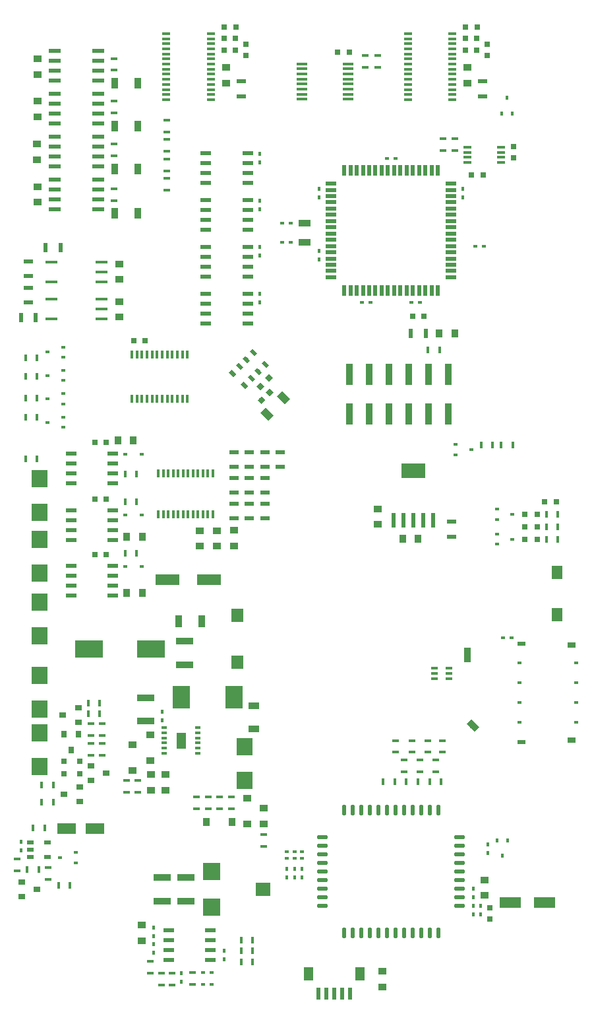
<source format=gbr>
%TF.GenerationSoftware,KiCad,Pcbnew,(5.1.0)-1*%
%TF.CreationDate,2019-03-20T15:23:46+01:00*%
%TF.ProjectId,AcroBoard_Station_GPRS_V04R04_XTAL,4163726f-426f-4617-9264-5f5374617469,rev?*%
%TF.SameCoordinates,Original*%
%TF.FileFunction,Paste,Top*%
%TF.FilePolarity,Positive*%
%FSLAX46Y46*%
G04 Gerber Fmt 4.6, Leading zero omitted, Abs format (unit mm)*
G04 Created by KiCad (PCBNEW (5.1.0)-1) date 2019-03-20 15:23:46*
%MOMM*%
%LPD*%
G04 APERTURE LIST*
%ADD10R,1.395000X0.540000*%
%ADD11O,0.540000X1.440000*%
%ADD12O,1.440000X0.540000*%
%ADD13R,0.540000X0.450000*%
%ADD14R,1.620000X0.900000*%
%ADD15R,0.800100X0.378000*%
%ADD16R,1.155700X1.991500*%
%ADD17R,0.900000X1.440000*%
%ADD18R,0.540000X1.980000*%
%ADD19R,3.105000X1.935000*%
%ADD20R,1.125000X0.900000*%
%ADD21R,0.450000X0.540000*%
%ADD22R,0.630000X0.405000*%
%ADD23R,0.450000X0.810000*%
%ADD24R,0.810000X0.450000*%
%ADD25R,0.954000X0.585000*%
%ADD26R,2.340000X1.440000*%
%ADD27R,0.810000X0.720000*%
%ADD28R,0.900000X1.125000*%
%ADD29R,1.170000X0.630000*%
%ADD30R,1.980000X1.800000*%
%ADD31R,2.250000X2.295000*%
%ADD32R,2.250000X0.900000*%
%ADD33R,1.080000X0.810000*%
%ADD34R,1.575000X0.585000*%
%ADD35R,1.440000X0.900000*%
%ADD36C,0.900000*%
%ADD37C,0.050000*%
%ADD38R,0.630000X1.170000*%
%ADD39R,0.720000X0.720000*%
%ADD40R,3.150000X1.440000*%
%ADD41R,1.530000X1.800000*%
%ADD42R,3.600000X2.250000*%
%ADD43R,1.620774X0.450342*%
%ADD44R,2.070000X2.250000*%
%ADD45R,0.360000X1.080000*%
%ADD46R,0.720000X0.675000*%
%ADD47R,0.675000X0.720000*%
%ADD48C,0.675000*%
%ADD49C,0.495000*%
%ADD50R,1.350000X0.405000*%
%ADD51R,0.405000X0.630000*%
%ADD52R,0.720000X0.810000*%
%ADD53R,0.990000X0.360000*%
%ADD54R,0.360000X0.990000*%
%ADD55R,2.250000X2.970000*%
%ADD56R,0.810000X1.530000*%
%ADD57R,0.810000X1.080000*%
%ADD58R,2.700000X1.440000*%
%ADD59R,1.259586X1.799082*%
%ADD60R,0.585216X1.485900*%
%ADD61R,0.540000X0.360000*%
%ADD62R,1.440000X1.800000*%
%ADD63R,0.540000X0.405000*%
%ADD64R,0.486000X0.405000*%
%ADD65R,1.080000X0.801000*%
%ADD66R,1.080000X0.468000*%
%ADD67R,0.846000X1.890000*%
%ADD68C,0.846000*%
%ADD69R,1.350000X0.495000*%
%ADD70R,0.495000X1.350000*%
%ADD71R,0.900000X2.700000*%
%ADD72R,0.945000X0.360000*%
G04 APERTURE END LIST*
D10*
%TO.C,U9*%
X81829333Y-145785936D03*
X81829333Y-147055936D03*
X81829333Y-148325936D03*
X81829333Y-149595936D03*
X76429333Y-149595936D03*
X76429333Y-148325936D03*
X76429333Y-147055936D03*
X76429333Y-145785936D03*
%TD*%
D11*
%TO.C,U13*%
X111050000Y-130375000D03*
X109950000Y-130375000D03*
X108850000Y-130375000D03*
X107750000Y-130375000D03*
X106650000Y-130375000D03*
X105550000Y-130375000D03*
X104450000Y-130375000D03*
X103350000Y-130375000D03*
X102250000Y-130375000D03*
X101150000Y-130375000D03*
X100050000Y-130375000D03*
X98950000Y-130375000D03*
D12*
X96200000Y-133825000D03*
X96200000Y-134925000D03*
X96200000Y-136025000D03*
X96200000Y-137125000D03*
X96200000Y-138225000D03*
X96200000Y-139325000D03*
X96200000Y-140425000D03*
X96200000Y-141525000D03*
X96200000Y-142625000D03*
D11*
X98950000Y-146075000D03*
X100050000Y-146075000D03*
X101150000Y-146075000D03*
X102250000Y-146075000D03*
X103350000Y-146075000D03*
X104450000Y-146075000D03*
X105550000Y-146075000D03*
X106650000Y-146075000D03*
X107750000Y-146075000D03*
X108850000Y-146075000D03*
X109950000Y-146075000D03*
X111050000Y-146075000D03*
D12*
X113800000Y-142625000D03*
X113800000Y-141525000D03*
X113800000Y-140425000D03*
X113800000Y-139325000D03*
X113800000Y-138225000D03*
X113800000Y-137125000D03*
X113800000Y-136025000D03*
X113800000Y-134925000D03*
X113800000Y-133825000D03*
%TD*%
D13*
%TO.C,C51*%
X91050000Y-55050000D03*
X92150000Y-55050000D03*
%TD*%
D14*
%TO.C,Y1*%
X93900000Y-55050000D03*
X93900000Y-57550000D03*
%TD*%
D13*
%TO.C,C49*%
X92150000Y-57550000D03*
X91050000Y-57550000D03*
%TD*%
D15*
%TO.C,U17*%
X75870639Y-119785213D03*
X75870639Y-120435213D03*
X75870639Y-121085213D03*
X75870639Y-121735213D03*
X75870639Y-122385213D03*
X75870639Y-123035213D03*
X80210639Y-123035213D03*
X80210639Y-122385213D03*
X80210639Y-121735213D03*
X80210639Y-121085213D03*
X80210639Y-120435213D03*
X80210639Y-119785213D03*
D16*
X78040639Y-121410213D03*
%TD*%
D17*
%TO.C,C66*%
X69500000Y-42600000D03*
X72500000Y-42600000D03*
%TD*%
%TO.C,C65*%
X69500000Y-37100000D03*
X72500000Y-37100000D03*
%TD*%
%TO.C,C55*%
X69500000Y-53800000D03*
X72500000Y-53800000D03*
%TD*%
%TO.C,C54*%
X69500000Y-48100000D03*
X72500000Y-48100000D03*
%TD*%
D18*
%TO.C,U10*%
X109170000Y-93137500D03*
X106630000Y-93137500D03*
D19*
X107900000Y-86837500D03*
D18*
X107900000Y-93137500D03*
X110440000Y-93137500D03*
X105360000Y-93137500D03*
%TD*%
D20*
%TO.C,C17*%
X117000000Y-141300000D03*
X117000000Y-139300000D03*
%TD*%
%TO.C,C16*%
X83800000Y-37100000D03*
X83800000Y-35100000D03*
%TD*%
D21*
%TO.C,C38*%
X115600000Y-141550000D03*
X115600000Y-140450000D03*
%TD*%
%TO.C,C37*%
X115600000Y-142650000D03*
X115600000Y-143750000D03*
%TD*%
D22*
%TO.C,T10*%
X113300000Y-83450000D03*
X113300000Y-84750000D03*
X115300000Y-84100000D03*
%TD*%
D21*
%TO.C,C62*%
X57500000Y-135505000D03*
X57500000Y-134405000D03*
%TD*%
D23*
%TO.C,R47*%
X60550000Y-132605000D03*
X59050000Y-132605000D03*
%TD*%
%TO.C,R52*%
X58250000Y-137930000D03*
X59750000Y-137930000D03*
%TD*%
%TO.C,R56*%
X62300000Y-140030000D03*
X63800000Y-140030000D03*
%TD*%
D24*
%TO.C,R45*%
X61000000Y-137730000D03*
X61000000Y-139230000D03*
%TD*%
D25*
%TO.C,U20*%
X60900000Y-134455000D03*
X60900000Y-136355000D03*
X58700000Y-136355000D03*
X58700000Y-135405000D03*
X58700000Y-134455000D03*
%TD*%
D26*
%TO.C,C67*%
X66950000Y-132730000D03*
X63350000Y-132730000D03*
%TD*%
D27*
%TO.C,Q9*%
X59550000Y-140480000D03*
X57550000Y-141430000D03*
X57550000Y-139530000D03*
%TD*%
D22*
%TO.C,T4*%
X62500000Y-136430000D03*
X64500000Y-135780000D03*
X64500000Y-137080000D03*
%TD*%
D24*
%TO.C,R54*%
X57000000Y-136630000D03*
X57000000Y-138130000D03*
%TD*%
%TO.C,R82*%
X76200000Y-44350000D03*
X76200000Y-45850000D03*
%TD*%
%TO.C,R81*%
X76200000Y-41850000D03*
X76200000Y-43350000D03*
%TD*%
%TO.C,R80*%
X76200000Y-46850000D03*
X76200000Y-48350000D03*
%TD*%
%TO.C,R79*%
X76200000Y-49350000D03*
X76200000Y-50850000D03*
%TD*%
D23*
%TO.C,R70*%
X103960000Y-126660000D03*
X105460000Y-126660000D03*
%TD*%
D24*
%TO.C,R78*%
X111610000Y-121410000D03*
X111610000Y-122910000D03*
%TD*%
D23*
%TO.C,R77*%
X111460000Y-126660000D03*
X109960000Y-126660000D03*
%TD*%
D24*
%TO.C,R76*%
X109710000Y-122910000D03*
X109710000Y-121410000D03*
%TD*%
%TO.C,R75*%
X110710000Y-125410000D03*
X110710000Y-123910000D03*
%TD*%
D23*
%TO.C,R74*%
X106960000Y-126660000D03*
X108460000Y-126660000D03*
%TD*%
D24*
%TO.C,R73*%
X108710000Y-125410000D03*
X108710000Y-123910000D03*
%TD*%
%TO.C,R72*%
X107710000Y-122910000D03*
X107710000Y-121410000D03*
%TD*%
%TO.C,R71*%
X105610000Y-122910000D03*
X105610000Y-121410000D03*
%TD*%
%TO.C,R13*%
X106710000Y-125410000D03*
X106710000Y-123910000D03*
%TD*%
D22*
%TO.C,T9*%
X118600000Y-94950000D03*
X118600000Y-96250000D03*
X120600000Y-95600000D03*
%TD*%
D28*
%TO.C,Cvs1*%
X71900000Y-82900000D03*
X69900000Y-82900000D03*
%TD*%
%TO.C,Cvs3*%
X71080000Y-95300000D03*
X73080000Y-95300000D03*
%TD*%
%TO.C,Cvs2*%
X71080000Y-102500000D03*
X73080000Y-102500000D03*
%TD*%
D29*
%TO.C,R69*%
X112800000Y-93350000D03*
X112800000Y-95250000D03*
%TD*%
D23*
%TO.C,R68*%
X87250000Y-147000000D03*
X85750000Y-147000000D03*
%TD*%
D28*
%TO.C,C45*%
X108500000Y-95500000D03*
X106500000Y-95500000D03*
%TD*%
D24*
%TO.C,R17*%
X76900000Y-151250000D03*
X76900000Y-152750000D03*
%TD*%
%TO.C,R16*%
X74100000Y-151250000D03*
X74100000Y-149750000D03*
%TD*%
%TO.C,R15*%
X75500000Y-152750000D03*
X75500000Y-151250000D03*
%TD*%
%TO.C,R14*%
X79500000Y-152650000D03*
X79500000Y-151150000D03*
%TD*%
D23*
%TO.C,R12*%
X87250000Y-149800000D03*
X85750000Y-149800000D03*
%TD*%
%TO.C,R9*%
X87250000Y-148400000D03*
X85750000Y-148400000D03*
%TD*%
D30*
%TO.C,L4*%
X88579333Y-140490936D03*
D31*
X81929333Y-138190936D03*
X81929333Y-142790936D03*
%TD*%
D20*
%TO.C,C50*%
X103300000Y-93700000D03*
X103300000Y-91700000D03*
%TD*%
D32*
%TO.C,C42*%
X75629333Y-138990936D03*
X75629333Y-141990936D03*
%TD*%
%TO.C,C41*%
X78629333Y-138990936D03*
X78629333Y-141990936D03*
%TD*%
D21*
%TO.C,C40*%
X78100000Y-152350000D03*
X78100000Y-151250000D03*
%TD*%
D13*
%TO.C,C32*%
X81950000Y-152650000D03*
X80850000Y-152650000D03*
%TD*%
%TO.C,C31*%
X81950000Y-151150000D03*
X80850000Y-151150000D03*
%TD*%
D21*
%TO.C,C30*%
X74500000Y-148600000D03*
X74500000Y-147500000D03*
%TD*%
%TO.C,C29*%
X83600000Y-148350000D03*
X83600000Y-149450000D03*
%TD*%
%TO.C,C28*%
X74500000Y-146550000D03*
X74500000Y-145450000D03*
%TD*%
D20*
%TO.C,C27*%
X73000000Y-147100000D03*
X73000000Y-145100000D03*
%TD*%
%TO.C,C46*%
X103900000Y-153000000D03*
X103900000Y-151000000D03*
%TD*%
D27*
%TO.C,Q5*%
X66450000Y-124640000D03*
X66450000Y-126540000D03*
X68450000Y-125590000D03*
%TD*%
D33*
%TO.C,D12*%
X86500000Y-132150000D03*
X86500000Y-128850000D03*
%TD*%
D27*
%TO.C,Q10*%
X63000000Y-128300000D03*
X65000000Y-127350000D03*
X65000000Y-129250000D03*
%TD*%
D10*
%TO.C,Q7*%
X69300000Y-102795000D03*
X69300000Y-101525000D03*
X69300000Y-100255000D03*
X69300000Y-98985000D03*
X63900000Y-98985000D03*
X63900000Y-100255000D03*
X63900000Y-101525000D03*
X63900000Y-102795000D03*
%TD*%
%TO.C,Q8*%
X69300000Y-95705000D03*
X69300000Y-94435000D03*
X69300000Y-93165000D03*
X69300000Y-91895000D03*
X63900000Y-91895000D03*
X63900000Y-93165000D03*
X63900000Y-94435000D03*
X63900000Y-95705000D03*
%TD*%
%TO.C,Q6*%
X69300000Y-88440000D03*
X69300000Y-87170000D03*
X69300000Y-85900000D03*
X69300000Y-84630000D03*
X63900000Y-84630000D03*
X63900000Y-85900000D03*
X63900000Y-87170000D03*
X63900000Y-88440000D03*
%TD*%
D34*
%TO.C,U21*%
X67400000Y-36805000D03*
X67400000Y-35535000D03*
X67400000Y-34265000D03*
X67400000Y-32995000D03*
X61800000Y-32995000D03*
X61800000Y-34265000D03*
X61800000Y-35535000D03*
X61800000Y-36805000D03*
%TD*%
%TO.C,U15*%
X67400000Y-47805000D03*
X67400000Y-46535000D03*
X67400000Y-45265000D03*
X67400000Y-43995000D03*
X61800000Y-43995000D03*
X61800000Y-45265000D03*
X61800000Y-46535000D03*
X61800000Y-47805000D03*
%TD*%
%TO.C,U16*%
X67400000Y-53305000D03*
X67400000Y-52035000D03*
X67400000Y-50765000D03*
X67400000Y-49495000D03*
X61800000Y-49495000D03*
X61800000Y-50765000D03*
X61800000Y-52035000D03*
X61800000Y-53305000D03*
%TD*%
%TO.C,U22*%
X67400000Y-42305000D03*
X67400000Y-41035000D03*
X67400000Y-39765000D03*
X67400000Y-38495000D03*
X61800000Y-38495000D03*
X61800000Y-39765000D03*
X61800000Y-41035000D03*
X61800000Y-42305000D03*
%TD*%
D35*
%TO.C,C68*%
X87420000Y-116960000D03*
X87420000Y-119960000D03*
%TD*%
D36*
%TO.C,C76*%
X89069340Y-79540660D03*
D37*
G36*
X89260259Y-80367975D02*
G01*
X88242025Y-79349741D01*
X88878421Y-78713345D01*
X89896655Y-79731579D01*
X89260259Y-80367975D01*
X89260259Y-80367975D01*
G37*
D36*
X91190660Y-77419340D03*
D37*
G36*
X91381579Y-78246655D02*
G01*
X90363345Y-77228421D01*
X90999741Y-76592025D01*
X92017975Y-77610259D01*
X91381579Y-78246655D01*
X91381579Y-78246655D01*
G37*
%TD*%
D20*
%TO.C,C3*%
X114800000Y-37100000D03*
X114800000Y-35100000D03*
%TD*%
D23*
%TO.C,R64*%
X59550000Y-74700000D03*
X58050000Y-74700000D03*
%TD*%
%TO.C,R62*%
X59550000Y-80000000D03*
X58050000Y-80000000D03*
%TD*%
%TO.C,R63*%
X59550000Y-77500000D03*
X58050000Y-77500000D03*
%TD*%
%TO.C,R67*%
X59550000Y-72320000D03*
X58050000Y-72320000D03*
%TD*%
D21*
%TO.C,C24*%
X117460000Y-135870000D03*
X117460000Y-134770000D03*
%TD*%
D38*
%TO.C,L3*%
X109450000Y-69200000D03*
X107550000Y-69200000D03*
%TD*%
D29*
%TO.C,L1*%
X116750000Y-38800000D03*
X116750000Y-36900000D03*
%TD*%
%TO.C,L2*%
X85750000Y-38800000D03*
X85750000Y-36900000D03*
%TD*%
D23*
%TO.C,R5*%
X124950000Y-92400000D03*
X126450000Y-92400000D03*
%TD*%
D39*
%TO.C,D1*%
X123800000Y-95600000D03*
X122200000Y-95600000D03*
%TD*%
%TO.C,D2*%
X123800000Y-94000000D03*
X122200000Y-94000000D03*
%TD*%
%TO.C,D3*%
X123800000Y-92400000D03*
X122200000Y-92400000D03*
%TD*%
D20*
%TO.C,Cv2*%
X82600000Y-94500000D03*
X82600000Y-96500000D03*
%TD*%
%TO.C,Cv3*%
X84800000Y-94450000D03*
X84800000Y-96450000D03*
%TD*%
%TO.C,Cv1*%
X80400000Y-94500000D03*
X80400000Y-96500000D03*
%TD*%
D40*
%TO.C,C73*%
X76250000Y-100750000D03*
X81650000Y-100750000D03*
%TD*%
D41*
%TO.C,L5*%
X85250000Y-111399740D03*
X85250000Y-105400260D03*
%TD*%
D42*
%TO.C,C56*%
X66180000Y-109720000D03*
X74180000Y-109720000D03*
%TD*%
D43*
%TO.C,U19*%
X67835960Y-60040000D03*
X67835960Y-61310000D03*
X67835960Y-62580000D03*
X61364040Y-62580000D03*
X61364040Y-60040000D03*
%TD*%
D44*
%TO.C,D14*%
X59900000Y-95650000D03*
X59900000Y-99950000D03*
%TD*%
D45*
%TO.C,U14*%
X82092500Y-87200000D03*
X81457500Y-87200000D03*
X80822500Y-87200000D03*
X80187500Y-87200000D03*
X79552500Y-87200000D03*
X78917500Y-87200000D03*
X78282500Y-87200000D03*
X77647500Y-87200000D03*
X77012500Y-87200000D03*
X76377500Y-87200000D03*
X75742500Y-87200000D03*
X75107500Y-87200000D03*
X75107500Y-92400000D03*
X75742500Y-92400000D03*
X76377500Y-92400000D03*
X77012500Y-92400000D03*
X77647500Y-92400000D03*
X78282500Y-92400000D03*
X78917500Y-92400000D03*
X79552500Y-92400000D03*
X80187500Y-92400000D03*
X80822500Y-92400000D03*
X81457500Y-92400000D03*
X82092500Y-92400000D03*
%TD*%
D33*
%TO.C,D6*%
X74120000Y-123990000D03*
X74120000Y-120690000D03*
%TD*%
D24*
%TO.C,R53*%
X83000000Y-130150000D03*
X83000000Y-128650000D03*
%TD*%
%TO.C,R51*%
X81500000Y-130150000D03*
X81500000Y-128650000D03*
%TD*%
%TO.C,R55*%
X80000000Y-130150000D03*
X80000000Y-128650000D03*
%TD*%
D23*
%TO.C,R61*%
X61650000Y-129300000D03*
X60150000Y-129300000D03*
%TD*%
%TO.C,R58*%
X61650000Y-127100000D03*
X60150000Y-127100000D03*
%TD*%
D44*
%TO.C,D4*%
X59900000Y-120450000D03*
X59900000Y-124750000D03*
%TD*%
D21*
%TO.C,C20*%
X116500000Y-142650000D03*
X116500000Y-143750000D03*
%TD*%
D20*
%TO.C,C63*%
X88650000Y-130100000D03*
X88650000Y-132100000D03*
%TD*%
%TO.C,C52*%
X74200000Y-127800000D03*
X74200000Y-125800000D03*
%TD*%
D33*
%TO.C,D5*%
X71800000Y-125250000D03*
X71800000Y-121950000D03*
%TD*%
D24*
%TO.C,R46*%
X88654000Y-133462000D03*
X88654000Y-134962000D03*
%TD*%
D23*
%TO.C,R29*%
X109750000Y-71300000D03*
X111250000Y-71300000D03*
%TD*%
D24*
%TO.C,R20*%
X71000000Y-128050000D03*
X71000000Y-126550000D03*
%TD*%
%TO.C,R39*%
X84500000Y-130150000D03*
X84500000Y-128650000D03*
%TD*%
D13*
%TO.C,C35*%
X115800000Y-58000000D03*
X116900000Y-58000000D03*
%TD*%
D21*
%TO.C,C19*%
X93600000Y-137850000D03*
X93600000Y-138950000D03*
%TD*%
%TO.C,C5*%
X88100000Y-46150000D03*
X88100000Y-47250000D03*
%TD*%
%TO.C,C47*%
X95800000Y-59750000D03*
X95800000Y-58650000D03*
%TD*%
%TO.C,C59*%
X75630000Y-118790000D03*
X75630000Y-117690000D03*
%TD*%
%TO.C,C48*%
X95800000Y-51750000D03*
X95800000Y-50650000D03*
%TD*%
D13*
%TO.C,C44*%
X102350000Y-65200000D03*
X101250000Y-65200000D03*
%TD*%
%TO.C,C43*%
X104450000Y-46800000D03*
X105550000Y-46800000D03*
%TD*%
%TO.C,C39*%
X108750000Y-65200000D03*
X107650000Y-65200000D03*
%TD*%
D21*
%TO.C,C36*%
X114200000Y-50650000D03*
X114200000Y-51750000D03*
%TD*%
D13*
%TO.C,C23*%
X119350000Y-108200000D03*
X120450000Y-108200000D03*
%TD*%
D21*
%TO.C,C6*%
X88100000Y-52150000D03*
X88100000Y-53250000D03*
%TD*%
%TO.C,C8*%
X88100000Y-58150000D03*
X88100000Y-59250000D03*
%TD*%
%TO.C,C9*%
X88100000Y-64150000D03*
X88100000Y-65250000D03*
%TD*%
%TO.C,C15*%
X91600000Y-137850000D03*
X91600000Y-138950000D03*
%TD*%
%TO.C,C21*%
X92600000Y-137850000D03*
X92600000Y-138950000D03*
%TD*%
D46*
%TO.C,C22*%
X83600000Y-29900000D03*
X85100000Y-29900000D03*
%TD*%
%TO.C,C64*%
X68450000Y-97540000D03*
X66950000Y-97540000D03*
%TD*%
D47*
%TO.C,C79*%
X120700000Y-46725000D03*
X120700000Y-45225000D03*
%TD*%
D46*
%TO.C,C81*%
X99650000Y-33100000D03*
X98150000Y-33100000D03*
%TD*%
%TO.C,C82*%
X71943829Y-70148793D03*
X73443829Y-70148793D03*
%TD*%
%TO.C,C69*%
X68440000Y-90450000D03*
X66940000Y-90450000D03*
%TD*%
D48*
%TO.C,C77*%
X89400330Y-76719670D03*
D37*
G36*
X89384420Y-77212877D02*
G01*
X88907123Y-76735580D01*
X89416240Y-76226463D01*
X89893537Y-76703760D01*
X89384420Y-77212877D01*
X89384420Y-77212877D01*
G37*
D48*
X88339670Y-77780330D03*
D37*
G36*
X88323760Y-78273537D02*
G01*
X87846463Y-77796240D01*
X88355580Y-77287123D01*
X88832877Y-77764420D01*
X88323760Y-78273537D01*
X88323760Y-78273537D01*
G37*
%TD*%
D48*
%TO.C,C78*%
X89310330Y-74899670D03*
D37*
G36*
X89294420Y-75392877D02*
G01*
X88817123Y-74915580D01*
X89326240Y-74406463D01*
X89803537Y-74883760D01*
X89294420Y-75392877D01*
X89294420Y-75392877D01*
G37*
D48*
X88249670Y-75960330D03*
D37*
G36*
X88233760Y-76453537D02*
G01*
X87756463Y-75976240D01*
X88265580Y-75467123D01*
X88742877Y-75944420D01*
X88233760Y-76453537D01*
X88233760Y-76453537D01*
G37*
%TD*%
D46*
%TO.C,C4*%
X114580000Y-29900000D03*
X116080000Y-29900000D03*
%TD*%
%TO.C,C57*%
X68450000Y-83180000D03*
X66950000Y-83180000D03*
%TD*%
D47*
%TO.C,C7*%
X115970000Y-32850000D03*
X115970000Y-31350000D03*
%TD*%
%TO.C,C25*%
X84970000Y-32850000D03*
X84970000Y-31350000D03*
%TD*%
%TO.C,C14*%
X117700000Y-144350000D03*
X117700000Y-142850000D03*
%TD*%
D46*
%TO.C,C10*%
X124750000Y-90800000D03*
X126250000Y-90800000D03*
%TD*%
D47*
%TO.C,C12*%
X83600000Y-32850000D03*
X83600000Y-31350000D03*
%TD*%
%TO.C,C11*%
X86340000Y-33600000D03*
X86340000Y-32100000D03*
%TD*%
%TO.C,C2*%
X114600000Y-32850000D03*
X114600000Y-31350000D03*
%TD*%
%TO.C,C1*%
X117340000Y-33600000D03*
X117340000Y-32100000D03*
%TD*%
D46*
%TO.C,C34*%
X107750000Y-67000000D03*
X109250000Y-67000000D03*
%TD*%
%TO.C,C80*%
X115350000Y-48900000D03*
X116850000Y-48900000D03*
%TD*%
D20*
%TO.C,C71*%
X70100000Y-60300000D03*
X70100000Y-62300000D03*
%TD*%
D28*
%TO.C,C33*%
X111200000Y-69200000D03*
X113200000Y-69200000D03*
%TD*%
D20*
%TO.C,C75*%
X59600000Y-41400000D03*
X59600000Y-39400000D03*
%TD*%
%TO.C,C74*%
X59600000Y-36000000D03*
X59600000Y-34000000D03*
%TD*%
%TO.C,C70*%
X70100000Y-65110000D03*
X70100000Y-67110000D03*
%TD*%
%TO.C,C53*%
X76000000Y-127800000D03*
X76000000Y-125800000D03*
%TD*%
%TO.C,C61*%
X59600000Y-52400000D03*
X59600000Y-50400000D03*
%TD*%
%TO.C,C60*%
X59500000Y-46900000D03*
X59500000Y-44900000D03*
%TD*%
D49*
%TO.C,U24*%
X88835965Y-73184315D03*
D37*
G36*
X89313262Y-73311594D02*
G01*
X88963244Y-73661612D01*
X88358668Y-73057036D01*
X88708686Y-72707018D01*
X89313262Y-73311594D01*
X89313262Y-73311594D01*
G37*
D49*
X86184315Y-75835965D03*
D37*
G36*
X86661612Y-75963244D02*
G01*
X86311594Y-76313262D01*
X85707018Y-75708686D01*
X86057036Y-75358668D01*
X86661612Y-75963244D01*
X86661612Y-75963244D01*
G37*
D49*
X87068198Y-74952082D03*
D37*
G36*
X87545495Y-75079361D02*
G01*
X87195477Y-75429379D01*
X86590901Y-74824803D01*
X86940919Y-74474785D01*
X87545495Y-75079361D01*
X87545495Y-75079361D01*
G37*
D49*
X87952082Y-74068198D03*
D37*
G36*
X88429379Y-74195477D02*
G01*
X88079361Y-74545495D01*
X87474785Y-73940919D01*
X87824803Y-73590901D01*
X88429379Y-74195477D01*
X88429379Y-74195477D01*
G37*
D49*
X84664035Y-74315685D03*
D37*
G36*
X85141332Y-74442964D02*
G01*
X84791314Y-74792982D01*
X84186738Y-74188406D01*
X84536756Y-73838388D01*
X85141332Y-74442964D01*
X85141332Y-74442964D01*
G37*
D49*
X85547918Y-73431802D03*
D37*
G36*
X86025215Y-73559081D02*
G01*
X85675197Y-73909099D01*
X85070621Y-73304523D01*
X85420639Y-72954505D01*
X86025215Y-73559081D01*
X86025215Y-73559081D01*
G37*
D49*
X86431802Y-72547918D03*
D37*
G36*
X86909099Y-72675197D02*
G01*
X86559081Y-73025215D01*
X85954505Y-72420639D01*
X86304523Y-72070621D01*
X86909099Y-72675197D01*
X86909099Y-72675197D01*
G37*
D49*
X87315685Y-71664035D03*
D37*
G36*
X87792982Y-71791314D02*
G01*
X87442964Y-72141332D01*
X86838388Y-71536756D01*
X87188406Y-71186738D01*
X87792982Y-71791314D01*
X87792982Y-71791314D01*
G37*
%TD*%
D10*
%TO.C,U4*%
X81200000Y-64125000D03*
X81200000Y-65395000D03*
X81200000Y-66665000D03*
X81200000Y-67935000D03*
X86600000Y-67935000D03*
X86600000Y-66665000D03*
X86600000Y-65395000D03*
X86600000Y-64125000D03*
%TD*%
%TO.C,U3*%
X81200000Y-58125000D03*
X81200000Y-59395000D03*
X81200000Y-60665000D03*
X81200000Y-61935000D03*
X86600000Y-61935000D03*
X86600000Y-60665000D03*
X86600000Y-59395000D03*
X86600000Y-58125000D03*
%TD*%
%TO.C,U2*%
X81200000Y-52125000D03*
X81200000Y-53395000D03*
X81200000Y-54665000D03*
X81200000Y-55935000D03*
X86600000Y-55935000D03*
X86600000Y-54665000D03*
X86600000Y-53395000D03*
X86600000Y-52125000D03*
%TD*%
%TO.C,U1*%
X81200000Y-46125000D03*
X81200000Y-47395000D03*
X81200000Y-48665000D03*
X81200000Y-49935000D03*
X86600000Y-49935000D03*
X86600000Y-48665000D03*
X86600000Y-47395000D03*
X86600000Y-46125000D03*
%TD*%
D50*
%TO.C,U25*%
X93550000Y-34625000D03*
X93550000Y-35275000D03*
X93550000Y-35925000D03*
X93550000Y-36575000D03*
X93550000Y-37225000D03*
X93550000Y-37875000D03*
X93550000Y-38525000D03*
X93550000Y-39175000D03*
X99450000Y-39175000D03*
X99450000Y-38525000D03*
X99450000Y-37875000D03*
X99450000Y-37225000D03*
X99450000Y-36575000D03*
X99450000Y-35925000D03*
X99450000Y-35275000D03*
X99450000Y-34625000D03*
%TD*%
D23*
%TO.C,R44*%
X66100000Y-116600000D03*
X67600000Y-116600000D03*
%TD*%
%TO.C,R18*%
X59550000Y-85300000D03*
X58050000Y-85300000D03*
%TD*%
%TO.C,R11*%
X118050000Y-83500000D03*
X116550000Y-83500000D03*
%TD*%
D24*
%TO.C,R22*%
X66450000Y-119240000D03*
X66450000Y-120740000D03*
%TD*%
%TO.C,R34*%
X69400000Y-52150000D03*
X69400000Y-50650000D03*
%TD*%
%TO.C,R35*%
X69400000Y-46430000D03*
X69400000Y-44930000D03*
%TD*%
D23*
%TO.C,R41*%
X70830000Y-97390000D03*
X72330000Y-97390000D03*
%TD*%
D24*
%TO.C,R49*%
X69400000Y-35450000D03*
X69400000Y-33950000D03*
%TD*%
%TO.C,R50*%
X69400000Y-40930000D03*
X69400000Y-39430000D03*
%TD*%
D23*
%TO.C,R38*%
X70840000Y-87250000D03*
X72340000Y-87250000D03*
%TD*%
%TO.C,R40*%
X66090000Y-118000000D03*
X67590000Y-118000000D03*
%TD*%
%TO.C,R48*%
X70830000Y-90800000D03*
X72330000Y-90800000D03*
%TD*%
D24*
%TO.C,R66*%
X113200000Y-44250000D03*
X113200000Y-45750000D03*
%TD*%
%TO.C,R65*%
X111700000Y-44250000D03*
X111700000Y-45750000D03*
%TD*%
%TO.C,R1*%
X101700000Y-33550000D03*
X101700000Y-35050000D03*
%TD*%
%TO.C,R2*%
X103300000Y-33550000D03*
X103300000Y-35050000D03*
%TD*%
D23*
%TO.C,R3*%
X126450000Y-95600000D03*
X124950000Y-95600000D03*
%TD*%
%TO.C,R4*%
X126450000Y-94000000D03*
X124950000Y-94000000D03*
%TD*%
D24*
%TO.C,R37*%
X67900000Y-123290000D03*
X67900000Y-121790000D03*
%TD*%
%TO.C,R36*%
X67900000Y-120740000D03*
X67900000Y-119240000D03*
%TD*%
%TO.C,R21*%
X72500000Y-126550000D03*
X72500000Y-128050000D03*
%TD*%
D23*
%TO.C,R10*%
X120650000Y-83500000D03*
X119150000Y-83500000D03*
%TD*%
D24*
%TO.C,R19*%
X66450000Y-121790000D03*
X66450000Y-123290000D03*
%TD*%
D29*
%TO.C,R25*%
X84800000Y-86350000D03*
X84800000Y-84450000D03*
%TD*%
D38*
%TO.C,R42*%
X57460000Y-67160000D03*
X59360000Y-67160000D03*
%TD*%
D29*
%TO.C,R26*%
X86800000Y-92950000D03*
X86800000Y-91050000D03*
%TD*%
%TO.C,R27*%
X86800000Y-89650000D03*
X86800000Y-87750000D03*
%TD*%
%TO.C,R28*%
X86800000Y-86350000D03*
X86800000Y-84450000D03*
%TD*%
%TO.C,R30*%
X88800000Y-92950000D03*
X88800000Y-91050000D03*
%TD*%
%TO.C,R32*%
X88800000Y-86350000D03*
X88800000Y-84450000D03*
%TD*%
D38*
%TO.C,R43*%
X60640000Y-58180000D03*
X62540000Y-58180000D03*
%TD*%
D29*
%TO.C,R33*%
X90800000Y-86350000D03*
X90800000Y-84450000D03*
%TD*%
%TO.C,R24*%
X84800000Y-89650000D03*
X84800000Y-87750000D03*
%TD*%
%TO.C,R23*%
X84800000Y-92950000D03*
X84800000Y-91050000D03*
%TD*%
%TO.C,R60*%
X58390000Y-65260000D03*
X58390000Y-63360000D03*
%TD*%
%TO.C,R31*%
X88800000Y-89650000D03*
X88800000Y-87750000D03*
%TD*%
%TO.C,R59*%
X58390000Y-59950000D03*
X58390000Y-61850000D03*
%TD*%
D43*
%TO.C,U18*%
X67835960Y-64840000D03*
X67835960Y-66110000D03*
X67835960Y-67380000D03*
X61364040Y-67380000D03*
X61364040Y-64840000D03*
%TD*%
D51*
%TO.C,T3*%
X119250000Y-41000000D03*
X120550000Y-41000000D03*
X119900000Y-39000000D03*
%TD*%
D22*
%TO.C,T5*%
X62900000Y-81250000D03*
X62900000Y-79950000D03*
X60900000Y-80600000D03*
%TD*%
%TO.C,T8*%
X62900000Y-72250000D03*
X62900000Y-70950000D03*
X60900000Y-71600000D03*
%TD*%
%TO.C,T7*%
X62900000Y-75250000D03*
X62900000Y-73950000D03*
X60900000Y-74600000D03*
%TD*%
D51*
%TO.C,T2*%
X119940000Y-134210000D03*
X118640000Y-134210000D03*
X119290000Y-136210000D03*
%TD*%
D22*
%TO.C,T1*%
X118600000Y-91750000D03*
X118600000Y-93050000D03*
X120600000Y-92400000D03*
%TD*%
%TO.C,T6*%
X62900000Y-78250000D03*
X62900000Y-76950000D03*
X60900000Y-77600000D03*
%TD*%
D52*
%TO.C,D7*%
X64900000Y-120600000D03*
X63000000Y-120600000D03*
X63950000Y-122600000D03*
%TD*%
D53*
%TO.C,U6*%
X81850000Y-39225000D03*
X81850000Y-38575000D03*
X81850000Y-37925000D03*
X81850000Y-37275000D03*
X81850000Y-36625000D03*
X81850000Y-35975000D03*
X81850000Y-35325000D03*
X81850000Y-34675000D03*
X81850000Y-34025000D03*
X81850000Y-33375000D03*
X81850000Y-32725000D03*
X81850000Y-32075000D03*
X81850000Y-31425000D03*
X81850000Y-30775000D03*
X76150000Y-30775000D03*
X76150000Y-31425000D03*
X76150000Y-32075000D03*
X76150000Y-32725000D03*
X76150000Y-33375000D03*
X76150000Y-34025000D03*
X76150000Y-34675000D03*
X76150000Y-35325000D03*
X76150000Y-35975000D03*
X76150000Y-36625000D03*
X76150000Y-37275000D03*
X76150000Y-37925000D03*
X76150000Y-38575000D03*
X76150000Y-39225000D03*
%TD*%
D54*
%TO.C,U26*%
X71718829Y-77598793D03*
X72368829Y-77598793D03*
X73018829Y-77598793D03*
X73668829Y-77598793D03*
X74318829Y-77598793D03*
X74968829Y-77598793D03*
X75618829Y-77598793D03*
X76268829Y-77598793D03*
X76918829Y-77598793D03*
X77568829Y-77598793D03*
X78218829Y-77598793D03*
X78868829Y-77598793D03*
X78868829Y-71898793D03*
X78218829Y-71898793D03*
X77568829Y-71898793D03*
X76918829Y-71898793D03*
X76268829Y-71898793D03*
X75618829Y-71898793D03*
X74968829Y-71898793D03*
X74318829Y-71898793D03*
X73668829Y-71898793D03*
X73018829Y-71898793D03*
X72368829Y-71898793D03*
X71718829Y-71898793D03*
%TD*%
D44*
%TO.C,D18*%
X86200000Y-122250000D03*
X86200000Y-126550000D03*
%TD*%
D55*
%TO.C,D17*%
X84830000Y-115840000D03*
X78030000Y-115840000D03*
%TD*%
D44*
%TO.C,D8*%
X59900000Y-113050000D03*
X59900000Y-117350000D03*
%TD*%
D39*
%TO.C,D20*%
X65000000Y-124100000D03*
X65000000Y-125700000D03*
%TD*%
%TO.C,D19*%
X63000000Y-124100000D03*
X63000000Y-125700000D03*
%TD*%
D32*
%TO.C,C72*%
X78500000Y-108700000D03*
X78500000Y-111700000D03*
%TD*%
%TO.C,C58*%
X73530000Y-118940000D03*
X73530000Y-115940000D03*
%TD*%
D56*
%TO.C,R57*%
X77750000Y-106100000D03*
X80650000Y-106100000D03*
%TD*%
D57*
%TO.C,D15*%
X84550000Y-131900000D03*
X81250000Y-131900000D03*
%TD*%
D58*
%TO.C,C18*%
X120300000Y-142200000D03*
X124700000Y-142200000D03*
%TD*%
D59*
%TO.C,P5*%
X100999080Y-151375240D03*
X94400920Y-151375240D03*
D60*
X98701140Y-153900000D03*
X97700380Y-153900000D03*
X96699620Y-153900000D03*
X95698860Y-153900000D03*
X99701140Y-153900000D03*
%TD*%
D61*
%TO.C,R6*%
X91600000Y-135650000D03*
X91600000Y-136550000D03*
%TD*%
%TO.C,R7*%
X93600000Y-135650000D03*
X93600000Y-136550000D03*
%TD*%
%TO.C,R8*%
X92600000Y-136550000D03*
X92600000Y-135650000D03*
%TD*%
D62*
%TO.C,SW1*%
X126300000Y-105300000D03*
X126300000Y-99900000D03*
%TD*%
D53*
%TO.C,U5*%
X112850000Y-39225000D03*
X112850000Y-38575000D03*
X112850000Y-37925000D03*
X112850000Y-37275000D03*
X112850000Y-36625000D03*
X112850000Y-35975000D03*
X112850000Y-35325000D03*
X112850000Y-34675000D03*
X112850000Y-34025000D03*
X112850000Y-33375000D03*
X112850000Y-32725000D03*
X112850000Y-32075000D03*
X112850000Y-31425000D03*
X112850000Y-30775000D03*
X107150000Y-30775000D03*
X107150000Y-31425000D03*
X107150000Y-32075000D03*
X107150000Y-32725000D03*
X107150000Y-33375000D03*
X107150000Y-34025000D03*
X107150000Y-34675000D03*
X107150000Y-35325000D03*
X107150000Y-35975000D03*
X107150000Y-36625000D03*
X107150000Y-37275000D03*
X107150000Y-37925000D03*
X107150000Y-38575000D03*
X107150000Y-39225000D03*
%TD*%
D63*
%TO.C,U7*%
X121520000Y-119090000D03*
X121520000Y-116550000D03*
X121520000Y-114010000D03*
X121520000Y-111470000D03*
D64*
X128780000Y-119090000D03*
X128780000Y-116550000D03*
X128780000Y-114010000D03*
X128780000Y-111470000D03*
D65*
X128170000Y-109155000D03*
X128170000Y-121405000D03*
D66*
X121780000Y-108970000D03*
X121780000Y-121590000D03*
D67*
X114820000Y-110400000D03*
D68*
X115500000Y-119470000D03*
D37*
G36*
X114691777Y-119259989D02*
G01*
X115289989Y-118661777D01*
X116308223Y-119680011D01*
X115710011Y-120278223D01*
X114691777Y-119259989D01*
X114691777Y-119259989D01*
G37*
%TD*%
D69*
%TO.C,U11*%
X112700000Y-62000000D03*
X112700000Y-61200000D03*
X112700000Y-60400000D03*
X112700000Y-59600000D03*
X112700000Y-58800000D03*
X112700000Y-58000000D03*
X112700000Y-57200000D03*
X112700000Y-56400000D03*
X112700000Y-55600000D03*
X112700000Y-54800000D03*
X112700000Y-54000000D03*
X112700000Y-53200000D03*
X112700000Y-52400000D03*
X112700000Y-51600000D03*
X112700000Y-50800000D03*
X112700000Y-50000000D03*
D70*
X111000000Y-48300000D03*
X110200000Y-48300000D03*
X109400000Y-48300000D03*
X108600000Y-48300000D03*
X107800000Y-48300000D03*
X107000000Y-48300000D03*
X106200000Y-48300000D03*
X105400000Y-48300000D03*
X104600000Y-48300000D03*
X103800000Y-48300000D03*
X103000000Y-48300000D03*
X102200000Y-48300000D03*
X101400000Y-48300000D03*
X100600000Y-48300000D03*
X99800000Y-48300000D03*
X99000000Y-48300000D03*
D69*
X97300000Y-50000000D03*
X97300000Y-50800000D03*
X97300000Y-51600000D03*
X97300000Y-52400000D03*
X97300000Y-53200000D03*
X97300000Y-54000000D03*
X97300000Y-54800000D03*
X97300000Y-55600000D03*
X97300000Y-56400000D03*
X97300000Y-57200000D03*
X97300000Y-58000000D03*
X97300000Y-58800000D03*
X97300000Y-59600000D03*
X97300000Y-60400000D03*
X97300000Y-61200000D03*
X97300000Y-62000000D03*
D70*
X99000000Y-63700000D03*
X99800000Y-63700000D03*
X100600000Y-63700000D03*
X101400000Y-63700000D03*
X102200000Y-63700000D03*
X103000000Y-63700000D03*
X103800000Y-63700000D03*
X104600000Y-63700000D03*
X105400000Y-63700000D03*
X106200000Y-63700000D03*
X107000000Y-63700000D03*
X107800000Y-63700000D03*
X108600000Y-63700000D03*
X109400000Y-63700000D03*
X110200000Y-63700000D03*
X111000000Y-63700000D03*
%TD*%
D53*
%TO.C,U23*%
X119150000Y-47275000D03*
X119150000Y-46625000D03*
X119150000Y-45975000D03*
X119150000Y-45325000D03*
X114850000Y-45325000D03*
X114850000Y-45975000D03*
X114850000Y-46625000D03*
X114850000Y-47275000D03*
%TD*%
D71*
%TO.C,P1*%
X112350000Y-79520000D03*
X112350000Y-74480000D03*
X109810000Y-79520000D03*
X109810000Y-74480000D03*
X107270000Y-79520000D03*
X107270000Y-74480000D03*
X104730000Y-79520000D03*
X104730000Y-74480000D03*
X102190000Y-79520000D03*
X102190000Y-74480000D03*
X99650000Y-79520000D03*
X99650000Y-74480000D03*
%TD*%
D44*
%TO.C,D11*%
X59900000Y-103650000D03*
X59900000Y-107950000D03*
%TD*%
%TO.C,D9*%
X59900000Y-87850000D03*
X59900000Y-92150000D03*
%TD*%
D63*
%TO.C,D13*%
X70880000Y-99090000D03*
X72980000Y-99090000D03*
%TD*%
%TO.C,D10*%
X70880000Y-84740000D03*
X72980000Y-84740000D03*
%TD*%
%TO.C,D16*%
X70880000Y-92500000D03*
X72980000Y-92500000D03*
%TD*%
D27*
%TO.C,Q4*%
X64850000Y-119090000D03*
X64850000Y-117190000D03*
X62850000Y-118140000D03*
%TD*%
D72*
%TO.C,U8*%
X112425000Y-113450000D03*
X112425000Y-112800000D03*
X112425000Y-112150000D03*
X110575000Y-112150000D03*
X110575000Y-112800000D03*
X110575000Y-113450000D03*
%TD*%
M02*

</source>
